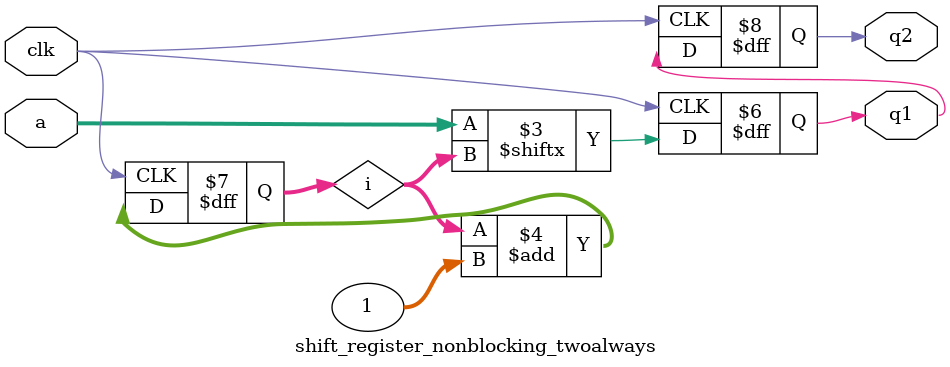
<source format=v>
`timescale 1ns / 1ps

module shift_register_nonblocking_twoalways(
    input clk,
	 input [1:0] a,
	 output reg q1,
	 output reg q2
    );
	 integer i;
	 //assign initial values
	 initial 
	  begin
	   q1 = 0;
	   q2 = 0;
	   i = 0;
	  end 
	 
	always @(posedge clk)
		 begin
		  q2 <= q1;
		 end
   always @(posedge clk)
	    begin
		  q1 <= a[i];
		  i = i + 1;
		 end
endmodule

</source>
